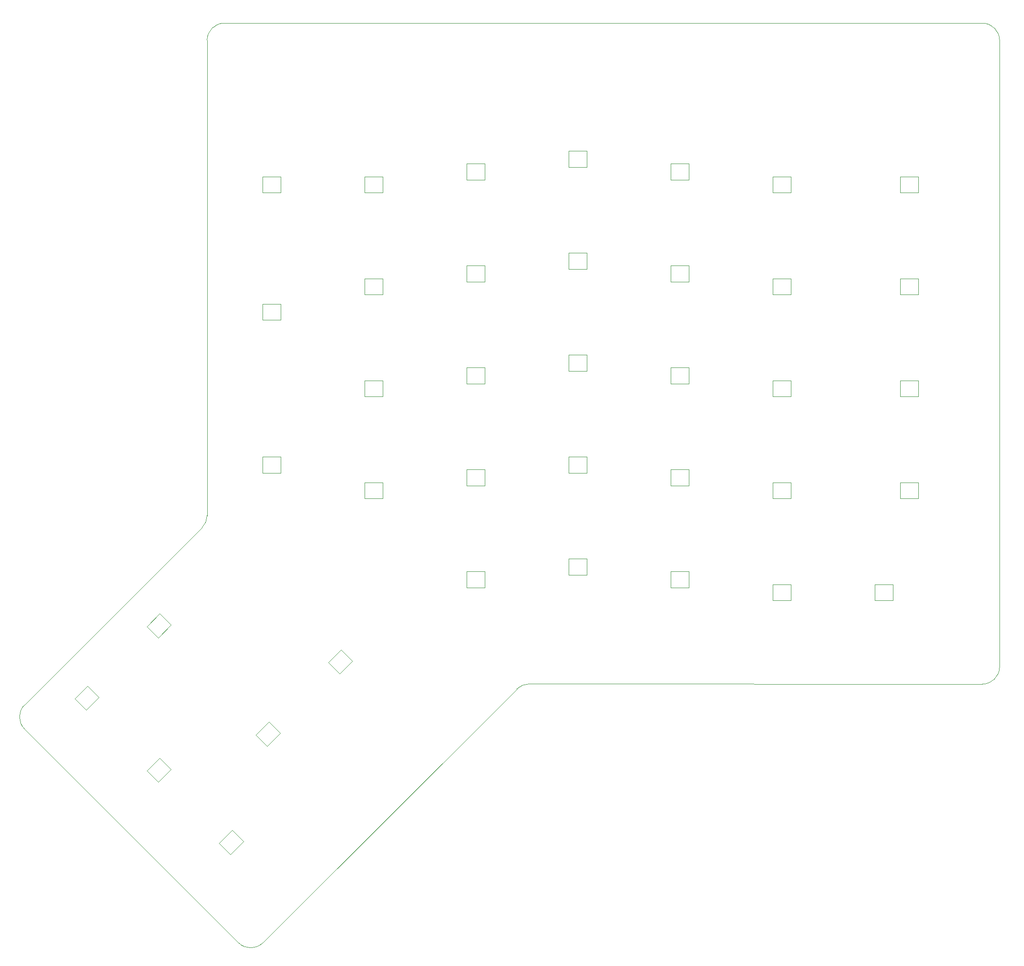
<source format=gbr>
%TF.GenerationSoftware,KiCad,Pcbnew,(5.1.8)-1*%
%TF.CreationDate,2022-07-09T18:06:19+10:00*%
%TF.ProjectId,ergonomic_split_right,6572676f-6e6f-46d6-9963-5f73706c6974,rev?*%
%TF.SameCoordinates,Original*%
%TF.FileFunction,Profile,NP*%
%FSLAX46Y46*%
G04 Gerber Fmt 4.6, Leading zero omitted, Abs format (unit mm)*
G04 Created by KiCad (PCBNEW (5.1.8)-1) date 2022-07-09 18:06:19*
%MOMM*%
%LPD*%
G01*
G04 APERTURE LIST*
%TA.AperFunction,Profile*%
%ADD10C,0.050000*%
%TD*%
G04 APERTURE END LIST*
D10*
X140335000Y-129819400D02*
X140333388Y-41022612D01*
X106248200Y-165201600D02*
X139398629Y-132079999D01*
X146226008Y-209677000D02*
X106248200Y-169699192D01*
X198168305Y-162227405D02*
X150723600Y-209677000D01*
X285087988Y-161317012D02*
X200431400Y-161290000D01*
X288291612Y-41022612D02*
X288290000Y-158115000D01*
X143535400Y-37820600D02*
X285089600Y-37820600D01*
X106248200Y-169699192D02*
G75*
G02*
X106248200Y-165201600I2248796J2248796D01*
G01*
X150723600Y-209677000D02*
G75*
G02*
X146226008Y-209677000I-2248796J2248796D01*
G01*
X140333388Y-41022612D02*
G75*
G02*
X143535400Y-37820600I3202012J0D01*
G01*
X285089600Y-37820600D02*
G75*
G02*
X288291612Y-41022612I0J-3202012D01*
G01*
X198168305Y-162227405D02*
G75*
G02*
X200431400Y-161290000I2263095J-2263095D01*
G01*
X140335000Y-129819400D02*
G75*
G02*
X139398629Y-132079999I-3196970J0D01*
G01*
X288290000Y-158115000D02*
G75*
G02*
X285087988Y-161317012I-3202012J0D01*
G01*
%TO.C,SW12*%
X133625760Y-150275189D02*
X131221597Y-152679352D01*
X131221597Y-152679352D02*
X129100277Y-150558032D01*
X131504440Y-148153869D02*
X133625760Y-150275189D01*
X129100277Y-150558032D02*
X131504440Y-148153869D01*
%TO.C,SW1*%
X120137264Y-163768904D02*
X117733101Y-166173067D01*
X117733101Y-166173067D02*
X115611781Y-164051747D01*
X118015944Y-161647584D02*
X120137264Y-163768904D01*
X115611781Y-164051747D02*
X118015944Y-161647584D01*
%TO.C,SW35*%
X142592365Y-191039317D02*
X144996528Y-188635154D01*
X144713686Y-193160638D02*
X142592365Y-191039317D01*
X144996528Y-188635154D02*
X147117849Y-190756475D01*
X147117849Y-190756475D02*
X144713686Y-193160638D01*
%TO.C,SW2*%
X269758760Y-66471310D02*
X273158760Y-66471310D01*
X269758760Y-69471310D02*
X269758760Y-66471310D01*
X273158760Y-66471310D02*
X273158760Y-69471310D01*
X273158760Y-69471310D02*
X269758760Y-69471310D01*
%TO.C,SW3*%
X273159960Y-88522460D02*
X269759960Y-88522460D01*
X269759960Y-88522460D02*
X269759960Y-85522460D01*
X273159960Y-85522460D02*
X273159960Y-88522460D01*
X269759960Y-85522460D02*
X273159960Y-85522460D01*
%TO.C,SW4*%
X273158760Y-107571310D02*
X269758760Y-107571310D01*
X273158760Y-104571310D02*
X273158760Y-107571310D01*
X269758760Y-107571310D02*
X269758760Y-104571310D01*
X269758760Y-104571310D02*
X273158760Y-104571310D01*
%TO.C,SW5*%
X269757420Y-123619920D02*
X273157420Y-123619920D01*
X273157420Y-123619920D02*
X273157420Y-126619920D01*
X269757420Y-126619920D02*
X269757420Y-123619920D01*
X273157420Y-126619920D02*
X269757420Y-126619920D01*
%TO.C,SW6*%
X133625760Y-177262689D02*
X131221597Y-179666852D01*
X131221597Y-179666852D02*
X129100277Y-177545532D01*
X131504440Y-175141369D02*
X133625760Y-177262689D01*
X129100277Y-177545532D02*
X131504440Y-175141369D01*
%TO.C,SW7*%
X173146260Y-69471310D02*
X169746260Y-69471310D01*
X173146260Y-66471310D02*
X173146260Y-69471310D01*
X169746260Y-69471310D02*
X169746260Y-66471310D01*
X169746260Y-66471310D02*
X173146260Y-66471310D01*
%TO.C,SW8*%
X169747460Y-85522460D02*
X173147460Y-85522460D01*
X173147460Y-85522460D02*
X173147460Y-88522460D01*
X169747460Y-88522460D02*
X169747460Y-85522460D01*
X173147460Y-88522460D02*
X169747460Y-88522460D01*
%TO.C,SW9*%
X169746260Y-104571310D02*
X173146260Y-104571310D01*
X169746260Y-107571310D02*
X169746260Y-104571310D01*
X173146260Y-104571310D02*
X173146260Y-107571310D01*
X173146260Y-107571310D02*
X169746260Y-107571310D01*
%TO.C,SW10*%
X169747460Y-123622460D02*
X173147460Y-123622460D01*
X173147460Y-123622460D02*
X173147460Y-126622460D01*
X169747460Y-126622460D02*
X169747460Y-123622460D01*
X173147460Y-126622460D02*
X169747460Y-126622460D01*
%TO.C,SW11*%
X249346260Y-145671310D02*
X245946260Y-145671310D01*
X249346260Y-142671310D02*
X249346260Y-145671310D01*
X245946260Y-145671310D02*
X245946260Y-142671310D01*
X245946260Y-142671310D02*
X249346260Y-142671310D01*
%TO.C,SW13*%
X188796260Y-64090060D02*
X192196260Y-64090060D01*
X188796260Y-67090060D02*
X188796260Y-64090060D01*
X192196260Y-64090060D02*
X192196260Y-67090060D01*
X192196260Y-67090060D02*
X188796260Y-67090060D01*
%TO.C,SW14*%
X192197460Y-86141210D02*
X188797460Y-86141210D01*
X188797460Y-86141210D02*
X188797460Y-83141210D01*
X192197460Y-83141210D02*
X192197460Y-86141210D01*
X188797460Y-83141210D02*
X192197460Y-83141210D01*
%TO.C,SW15*%
X188792520Y-102186370D02*
X192192520Y-102186370D01*
X188792520Y-105186370D02*
X188792520Y-102186370D01*
X192192520Y-102186370D02*
X192192520Y-105186370D01*
X192192520Y-105186370D02*
X188792520Y-105186370D01*
%TO.C,SW16*%
X192197460Y-124241210D02*
X188797460Y-124241210D01*
X188797460Y-124241210D02*
X188797460Y-121241210D01*
X192197460Y-121241210D02*
X192197460Y-124241210D01*
X188797460Y-121241210D02*
X192197460Y-121241210D01*
%TO.C,SW17*%
X192192520Y-143286370D02*
X188792520Y-143286370D01*
X192192520Y-140286370D02*
X192192520Y-143286370D01*
X188792520Y-143286370D02*
X188792520Y-140286370D01*
X188792520Y-140286370D02*
X192192520Y-140286370D01*
%TO.C,SW18*%
X149451635Y-170785357D02*
X151855798Y-168381194D01*
X151572956Y-172906678D02*
X149451635Y-170785357D01*
X151855798Y-168381194D02*
X153977119Y-170502515D01*
X153977119Y-170502515D02*
X151572956Y-172906678D01*
%TO.C,SW19*%
X211242520Y-64705120D02*
X207842520Y-64705120D01*
X211242520Y-61705120D02*
X211242520Y-64705120D01*
X207842520Y-64705120D02*
X207842520Y-61705120D01*
X207842520Y-61705120D02*
X211242520Y-61705120D01*
%TO.C,SW20*%
X211247460Y-83759960D02*
X207847460Y-83759960D01*
X207847460Y-83759960D02*
X207847460Y-80759960D01*
X211247460Y-80759960D02*
X211247460Y-83759960D01*
X207847460Y-80759960D02*
X211247460Y-80759960D01*
%TO.C,SW21*%
X211246260Y-102808810D02*
X207846260Y-102808810D01*
X211246260Y-99808810D02*
X211246260Y-102808810D01*
X207846260Y-102808810D02*
X207846260Y-99808810D01*
X207846260Y-99808810D02*
X211246260Y-99808810D01*
%TO.C,SW22*%
X207847460Y-118859960D02*
X211247460Y-118859960D01*
X211247460Y-118859960D02*
X211247460Y-121859960D01*
X207847460Y-121859960D02*
X207847460Y-118859960D01*
X211247460Y-121859960D02*
X207847460Y-121859960D01*
%TO.C,SW23*%
X207842520Y-137905120D02*
X211242520Y-137905120D01*
X207842520Y-140905120D02*
X207842520Y-137905120D01*
X211242520Y-137905120D02*
X211242520Y-140905120D01*
X211242520Y-140905120D02*
X207842520Y-140905120D01*
%TO.C,SW24*%
X167476123Y-157008730D02*
X165071960Y-159412893D01*
X165354802Y-154887409D02*
X167476123Y-157008730D01*
X165071960Y-159412893D02*
X162950639Y-157291572D01*
X162950639Y-157291572D02*
X165354802Y-154887409D01*
%TO.C,SW25*%
X226896260Y-64090060D02*
X230296260Y-64090060D01*
X226896260Y-67090060D02*
X226896260Y-64090060D01*
X230296260Y-64090060D02*
X230296260Y-67090060D01*
X230296260Y-67090060D02*
X226896260Y-67090060D01*
%TO.C,SW26*%
X226897460Y-83141210D02*
X230297460Y-83141210D01*
X230297460Y-83141210D02*
X230297460Y-86141210D01*
X226897460Y-86141210D02*
X226897460Y-83141210D01*
X230297460Y-86141210D02*
X226897460Y-86141210D01*
%TO.C,SW27*%
X230296260Y-105190060D02*
X226896260Y-105190060D01*
X230296260Y-102190060D02*
X230296260Y-105190060D01*
X226896260Y-105190060D02*
X226896260Y-102190060D01*
X226896260Y-102190060D02*
X230296260Y-102190060D01*
%TO.C,SW28*%
X226897460Y-121241210D02*
X230297460Y-121241210D01*
X230297460Y-121241210D02*
X230297460Y-124241210D01*
X226897460Y-124241210D02*
X226897460Y-121241210D01*
X230297460Y-124241210D02*
X226897460Y-124241210D01*
%TO.C,SW29*%
X226896260Y-140290060D02*
X230296260Y-140290060D01*
X226896260Y-143290060D02*
X226896260Y-140290060D01*
X230296260Y-140290060D02*
X230296260Y-143290060D01*
X230296260Y-143290060D02*
X226896260Y-143290060D01*
%TO.C,SW30*%
X264996260Y-142671310D02*
X268396260Y-142671310D01*
X264996260Y-145671310D02*
X264996260Y-142671310D01*
X268396260Y-142671310D02*
X268396260Y-145671310D01*
X268396260Y-145671310D02*
X264996260Y-145671310D01*
%TO.C,SW31*%
X249346260Y-69471310D02*
X245946260Y-69471310D01*
X249346260Y-66471310D02*
X249346260Y-69471310D01*
X245946260Y-69471310D02*
X245946260Y-66471310D01*
X245946260Y-66471310D02*
X249346260Y-66471310D01*
%TO.C,SW32*%
X249347460Y-88522460D02*
X245947460Y-88522460D01*
X245947460Y-88522460D02*
X245947460Y-85522460D01*
X249347460Y-85522460D02*
X249347460Y-88522460D01*
X245947460Y-85522460D02*
X249347460Y-85522460D01*
%TO.C,SW33*%
X245946260Y-104571310D02*
X249346260Y-104571310D01*
X245946260Y-107571310D02*
X245946260Y-104571310D01*
X249346260Y-104571310D02*
X249346260Y-107571310D01*
X249346260Y-107571310D02*
X245946260Y-107571310D01*
%TO.C,SW34*%
X249343720Y-126618770D02*
X245943720Y-126618770D01*
X245943720Y-126618770D02*
X245943720Y-123618770D01*
X249343720Y-123618770D02*
X249343720Y-126618770D01*
X245943720Y-123618770D02*
X249343720Y-123618770D01*
%TO.C,SW36*%
X154097460Y-93284960D02*
X150697460Y-93284960D01*
X150697460Y-93284960D02*
X150697460Y-90284960D01*
X154097460Y-90284960D02*
X154097460Y-93284960D01*
X150697460Y-90284960D02*
X154097460Y-90284960D01*
%TO.C,SW37*%
X150697460Y-118859960D02*
X154097460Y-118859960D01*
X154097460Y-118859960D02*
X154097460Y-121859960D01*
X150697460Y-121859960D02*
X150697460Y-118859960D01*
X154097460Y-121859960D02*
X150697460Y-121859960D01*
%TO.C,SW39*%
X150696260Y-66471310D02*
X154096260Y-66471310D01*
X150696260Y-69471310D02*
X150696260Y-66471310D01*
X154096260Y-66471310D02*
X154096260Y-69471310D01*
X154096260Y-69471310D02*
X150696260Y-69471310D01*
%TD*%
M02*

</source>
